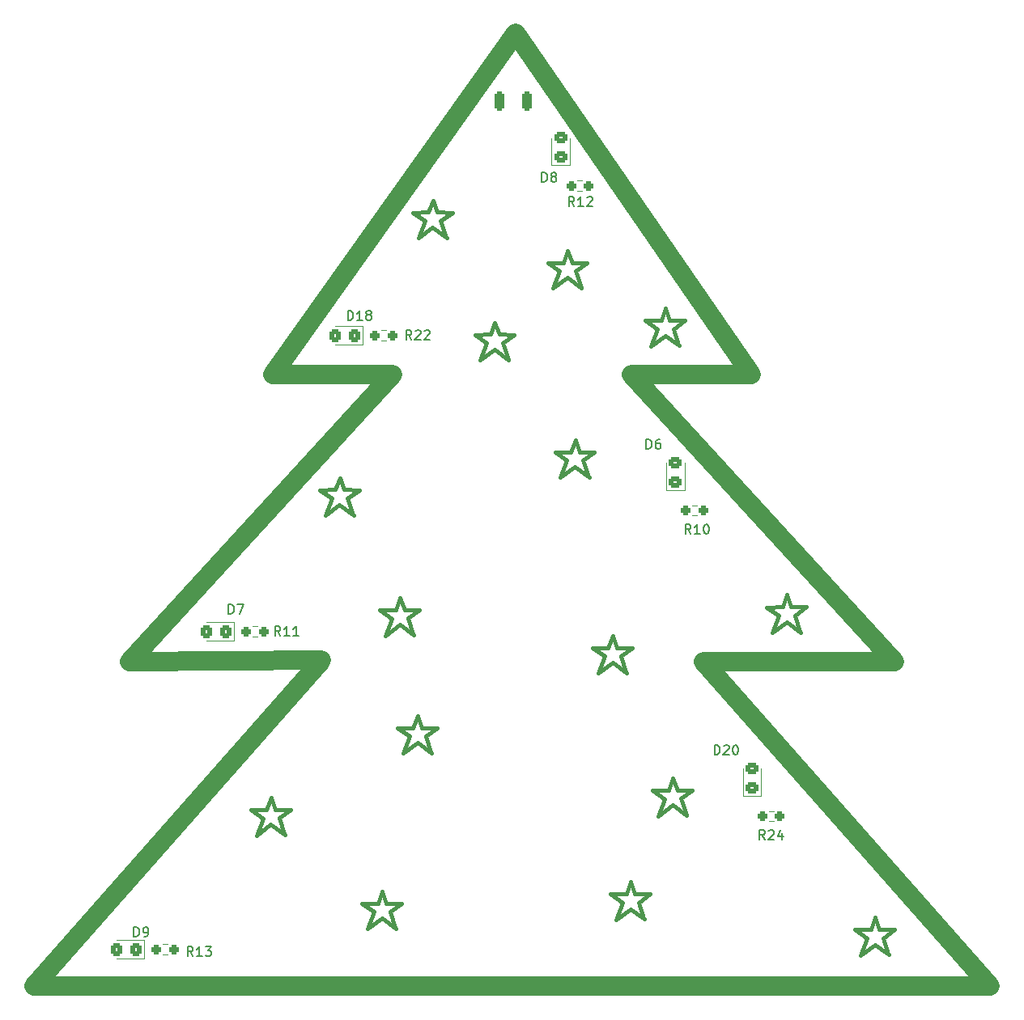
<source format=gto>
G04 #@! TF.GenerationSoftware,KiCad,Pcbnew,7.0.8*
G04 #@! TF.CreationDate,2024-06-18T20:25:39+02:00*
G04 #@! TF.ProjectId,PCB_Christmas_Tree,5043425f-4368-4726-9973-746d61735f54,rev?*
G04 #@! TF.SameCoordinates,Original*
G04 #@! TF.FileFunction,Legend,Top*
G04 #@! TF.FilePolarity,Positive*
%FSLAX46Y46*%
G04 Gerber Fmt 4.6, Leading zero omitted, Abs format (unit mm)*
G04 Created by KiCad (PCBNEW 7.0.8) date 2024-06-18 20:25:39*
%MOMM*%
%LPD*%
G01*
G04 APERTURE LIST*
G04 Aperture macros list*
%AMRoundRect*
0 Rectangle with rounded corners*
0 $1 Rounding radius*
0 $2 $3 $4 $5 $6 $7 $8 $9 X,Y pos of 4 corners*
0 Add a 4 corners polygon primitive as box body*
4,1,4,$2,$3,$4,$5,$6,$7,$8,$9,$2,$3,0*
0 Add four circle primitives for the rounded corners*
1,1,$1+$1,$2,$3*
1,1,$1+$1,$4,$5*
1,1,$1+$1,$6,$7*
1,1,$1+$1,$8,$9*
0 Add four rect primitives between the rounded corners*
20,1,$1+$1,$2,$3,$4,$5,0*
20,1,$1+$1,$4,$5,$6,$7,0*
20,1,$1+$1,$6,$7,$8,$9,0*
20,1,$1+$1,$8,$9,$2,$3,0*%
G04 Aperture macros list end*
%ADD10C,0.400000*%
%ADD11C,2.000000*%
%ADD12C,0.150000*%
%ADD13C,0.120000*%
%ADD14RoundRect,0.237500X-0.250000X-0.237500X0.250000X-0.237500X0.250000X0.237500X-0.250000X0.237500X0*%
%ADD15RoundRect,0.250000X0.450000X-0.325000X0.450000X0.325000X-0.450000X0.325000X-0.450000X-0.325000X0*%
%ADD16RoundRect,0.250000X-0.250000X-0.750000X0.250000X-0.750000X0.250000X0.750000X-0.250000X0.750000X0*%
%ADD17RoundRect,0.250000X0.325000X0.450000X-0.325000X0.450000X-0.325000X-0.450000X0.325000X-0.450000X0*%
%ADD18R,3.000000X2.000000*%
G04 APERTURE END LIST*
D10*
X237881455Y-136526305D02*
X238431455Y-138186305D01*
X227811455Y-103426305D02*
X229281455Y-104506305D01*
X209591455Y-107676305D02*
X211061455Y-108756305D01*
X187391455Y-100896305D02*
X186931455Y-102156305D01*
X205701455Y-84376305D02*
X206151455Y-85636305D01*
X173861455Y-124626305D02*
X172351455Y-125756305D01*
X191631455Y-61456305D02*
X192181455Y-63116305D01*
X212324455Y-132804305D02*
X212874455Y-134464305D01*
X204931455Y-64556305D02*
X204471455Y-65816305D01*
D11*
X186591455Y-77556305D02*
X159091455Y-107556305D01*
D10*
X217951455Y-121046305D02*
X216381455Y-121036305D01*
X205751455Y-66716305D02*
X206301455Y-68376305D01*
X205751455Y-66716305D02*
X206951455Y-65826305D01*
X173031455Y-123976305D02*
X172351455Y-125756305D01*
X214271455Y-72786305D02*
X213591455Y-74566305D01*
X229861455Y-101876305D02*
X228291455Y-101866305D01*
X203591455Y-85656305D02*
X205241455Y-85636305D01*
X173891455Y-121806305D02*
X174341455Y-123066305D01*
X197281455Y-74896305D02*
X195771455Y-76026305D01*
X186531455Y-103066305D02*
X185851455Y-104846305D01*
X213821455Y-121056305D02*
X215471455Y-121036305D01*
X216751455Y-121936305D02*
X217951455Y-121046305D01*
X212324455Y-132804305D02*
X213524455Y-131914305D01*
X181051455Y-91156305D02*
X182521455Y-92236305D01*
X205701455Y-84376305D02*
X205241455Y-85636305D01*
X187111455Y-114526305D02*
X188361455Y-115416305D01*
X236201455Y-136536305D02*
X235521455Y-138316305D01*
X215101455Y-73436305D02*
X213591455Y-74566305D01*
X209621455Y-104856305D02*
X210071455Y-106116305D01*
X190781455Y-62116305D02*
X189271455Y-63246305D01*
X198131455Y-74236305D02*
X198681455Y-75896305D01*
X181081455Y-88336305D02*
X181531455Y-89596305D01*
X171781455Y-123086305D02*
X173031455Y-123976305D01*
X213021455Y-71896305D02*
X214671455Y-71876305D01*
X189191455Y-116066305D02*
X190661455Y-117146305D01*
X174711455Y-123966305D02*
X175911455Y-123076305D01*
D11*
X249091455Y-141556305D02*
X149091455Y-141556305D01*
D10*
X197281455Y-74896305D02*
X198751455Y-75976305D01*
X225731455Y-101886305D02*
X226981455Y-102776305D01*
X227811455Y-103426305D02*
X226301455Y-104556305D01*
D11*
X179111455Y-107436305D02*
X159091455Y-107556305D01*
D10*
X188211455Y-103056305D02*
X189411455Y-102166305D01*
X211474455Y-133464305D02*
X212944455Y-134544305D01*
X178971455Y-89616305D02*
X180221455Y-90506305D01*
X225731455Y-101886305D02*
X227381455Y-101866305D01*
X206521455Y-86536305D02*
X207721455Y-85646305D01*
X185511455Y-131606305D02*
X185051455Y-132866305D01*
X185511455Y-131606305D02*
X185961455Y-132866305D01*
X186331455Y-133766305D02*
X186881455Y-135426305D01*
X237061455Y-134366305D02*
X237511455Y-135626305D01*
D11*
X199476455Y-41841305D02*
X174091455Y-77556305D01*
D10*
X173861455Y-124626305D02*
X175331455Y-125706305D01*
X211504455Y-130644305D02*
X211954455Y-131904305D01*
X215951455Y-72776305D02*
X217151455Y-71886305D01*
X189221455Y-113246305D02*
X188761455Y-114506305D01*
X204901455Y-67376305D02*
X206371455Y-68456305D01*
X187361455Y-103716305D02*
X188831455Y-104796305D01*
X206951455Y-65826305D02*
X205381455Y-65816305D01*
X180221455Y-90506305D02*
X179541455Y-92286305D01*
X217151455Y-71886305D02*
X215581455Y-71876305D01*
X197311455Y-72076305D02*
X196851455Y-73336305D01*
X208761455Y-107026305D02*
X208081455Y-108806305D01*
X215901455Y-122596305D02*
X214391455Y-123726305D01*
X226981455Y-102776305D02*
X226301455Y-104556305D01*
X199331455Y-73346305D02*
X197761455Y-73336305D01*
X209394455Y-131924305D02*
X211044455Y-131904305D01*
X215931455Y-119776305D02*
X215471455Y-121036305D01*
X190811455Y-59296305D02*
X190351455Y-60556305D01*
X207511455Y-106136305D02*
X209161455Y-106116305D01*
X210441455Y-107016305D02*
X211641455Y-106126305D01*
X181901455Y-90496305D02*
X183101455Y-89606305D01*
X183401455Y-132886305D02*
X184651455Y-133776305D01*
D11*
X174091455Y-77556305D02*
X186591455Y-77556305D01*
D10*
X203591455Y-85656305D02*
X204841455Y-86546305D01*
X211641455Y-106126305D02*
X210071455Y-106116305D01*
X197311455Y-72076305D02*
X197761455Y-73336305D01*
X173891455Y-121806305D02*
X173431455Y-123066305D01*
D11*
X211591455Y-77556305D02*
X239091455Y-107556305D01*
D10*
X213524455Y-131914305D02*
X211954455Y-131904305D01*
X215901455Y-122596305D02*
X217371455Y-123676305D01*
X175911455Y-123076305D02*
X174341455Y-123066305D01*
X211474455Y-133464305D02*
X209964455Y-134594305D01*
X215931455Y-119776305D02*
X216381455Y-121036305D01*
X216751455Y-121936305D02*
X217301455Y-123596305D01*
D11*
X179091455Y-107556305D02*
X149091455Y-141556305D01*
D10*
X215131455Y-70616305D02*
X214671455Y-71876305D01*
X207511455Y-106136305D02*
X208761455Y-107026305D01*
X191631455Y-61456305D02*
X192831455Y-60566305D01*
X186331455Y-133766305D02*
X187531455Y-132876305D01*
X227841455Y-100606305D02*
X227381455Y-101866305D01*
X237881455Y-136526305D02*
X239081455Y-135636305D01*
X188361455Y-115416305D02*
X187681455Y-117196305D01*
X215101455Y-73436305D02*
X216571455Y-74516305D01*
X190811455Y-59296305D02*
X191261455Y-60556305D01*
X187111455Y-114526305D02*
X188761455Y-114506305D01*
X198131455Y-74236305D02*
X199331455Y-73346305D01*
X188211455Y-103056305D02*
X188761455Y-104716305D01*
D11*
X219091455Y-107556305D02*
X249091455Y-141556305D01*
D10*
X181901455Y-90496305D02*
X182451455Y-92156305D01*
X183101455Y-89606305D02*
X181531455Y-89596305D01*
X209394455Y-131924305D02*
X210644455Y-132814305D01*
X171781455Y-123086305D02*
X173431455Y-123066305D01*
X192831455Y-60566305D02*
X191261455Y-60556305D01*
X184651455Y-133776305D02*
X183971455Y-135556305D01*
X204901455Y-67376305D02*
X203391455Y-68506305D01*
X178971455Y-89616305D02*
X180621455Y-89596305D01*
X185281455Y-102176305D02*
X186531455Y-103066305D01*
D12*
X200026455Y-43210305D02*
X198248455Y-43210305D01*
D10*
X215131455Y-70616305D02*
X215581455Y-71876305D01*
X191241455Y-114516305D02*
X189671455Y-114506305D01*
X234951455Y-135646305D02*
X236601455Y-135626305D01*
X215951455Y-72776305D02*
X216501455Y-74436305D01*
X210644455Y-132814305D02*
X209964455Y-134594305D01*
X195201455Y-73356305D02*
X196851455Y-73336305D01*
X185281455Y-102176305D02*
X186931455Y-102156305D01*
X195201455Y-73356305D02*
X196451455Y-74246305D01*
X210441455Y-107016305D02*
X210991455Y-108676305D01*
X190041455Y-115406305D02*
X190591455Y-117066305D01*
D11*
X211591455Y-77556305D02*
X224091455Y-77556305D01*
D10*
X183401455Y-132886305D02*
X185051455Y-132866305D01*
X185481455Y-134426305D02*
X186951455Y-135506305D01*
X188701455Y-60576305D02*
X190351455Y-60556305D01*
X228661455Y-102766305D02*
X229861455Y-101876305D01*
X204071455Y-66726305D02*
X203391455Y-68506305D01*
D11*
X239091455Y-107556305D02*
X219091455Y-107556305D01*
D10*
X190041455Y-115406305D02*
X191241455Y-114516305D01*
X190781455Y-62116305D02*
X192251455Y-63196305D01*
X204841455Y-86546305D02*
X204161455Y-88326305D01*
X189221455Y-113246305D02*
X189671455Y-114506305D01*
X185481455Y-134426305D02*
X183971455Y-135556305D01*
X215071455Y-121946305D02*
X214391455Y-123726305D01*
X204931455Y-64556305D02*
X205381455Y-65816305D01*
X196451455Y-74246305D02*
X195771455Y-76026305D01*
X239081455Y-135636305D02*
X237511455Y-135626305D01*
X181081455Y-88336305D02*
X180621455Y-89596305D01*
X209591455Y-107676305D02*
X208081455Y-108806305D01*
X187531455Y-132876305D02*
X185961455Y-132866305D01*
X213821455Y-121056305D02*
X215071455Y-121946305D01*
D11*
X199476455Y-41841305D02*
X224091455Y-77556305D01*
D10*
X213021455Y-71896305D02*
X214271455Y-72786305D01*
X189951455Y-61466305D02*
X189271455Y-63246305D01*
X234951455Y-135646305D02*
X236201455Y-136536305D01*
X237031455Y-137186305D02*
X238501455Y-138266305D01*
X211504455Y-130644305D02*
X211044455Y-131904305D01*
X228661455Y-102766305D02*
X229211455Y-104426305D01*
X205671455Y-87196305D02*
X204161455Y-88326305D01*
X181051455Y-91156305D02*
X179541455Y-92286305D01*
X207721455Y-85646305D02*
X206151455Y-85636305D01*
X227841455Y-100606305D02*
X228291455Y-101866305D01*
X206521455Y-86536305D02*
X207071455Y-88196305D01*
X188701455Y-60576305D02*
X189951455Y-61466305D01*
X189411455Y-102166305D02*
X187841455Y-102156305D01*
X187391455Y-100896305D02*
X187841455Y-102156305D01*
X189191455Y-116066305D02*
X187681455Y-117196305D01*
X209621455Y-104856305D02*
X209161455Y-106116305D01*
X174711455Y-123966305D02*
X175261455Y-125626305D01*
X202821455Y-65836305D02*
X204071455Y-66726305D01*
X187361455Y-103716305D02*
X185851455Y-104846305D01*
X237061455Y-134366305D02*
X236601455Y-135626305D01*
X237031455Y-137186305D02*
X235521455Y-138316305D01*
X205671455Y-87196305D02*
X207141455Y-88276305D01*
X202821455Y-65836305D02*
X204471455Y-65816305D01*
D12*
X225548597Y-126215124D02*
X225215264Y-125738933D01*
X224977169Y-126215124D02*
X224977169Y-125215124D01*
X224977169Y-125215124D02*
X225358121Y-125215124D01*
X225358121Y-125215124D02*
X225453359Y-125262743D01*
X225453359Y-125262743D02*
X225500978Y-125310362D01*
X225500978Y-125310362D02*
X225548597Y-125405600D01*
X225548597Y-125405600D02*
X225548597Y-125548457D01*
X225548597Y-125548457D02*
X225500978Y-125643695D01*
X225500978Y-125643695D02*
X225453359Y-125691314D01*
X225453359Y-125691314D02*
X225358121Y-125738933D01*
X225358121Y-125738933D02*
X224977169Y-125738933D01*
X225929550Y-125310362D02*
X225977169Y-125262743D01*
X225977169Y-125262743D02*
X226072407Y-125215124D01*
X226072407Y-125215124D02*
X226310502Y-125215124D01*
X226310502Y-125215124D02*
X226405740Y-125262743D01*
X226405740Y-125262743D02*
X226453359Y-125310362D01*
X226453359Y-125310362D02*
X226500978Y-125405600D01*
X226500978Y-125405600D02*
X226500978Y-125500838D01*
X226500978Y-125500838D02*
X226453359Y-125643695D01*
X226453359Y-125643695D02*
X225881931Y-126215124D01*
X225881931Y-126215124D02*
X226500978Y-126215124D01*
X227358121Y-125548457D02*
X227358121Y-126215124D01*
X227120026Y-125167505D02*
X226881931Y-125881790D01*
X226881931Y-125881790D02*
X227500978Y-125881790D01*
X213131360Y-85321124D02*
X213131360Y-84321124D01*
X213131360Y-84321124D02*
X213369455Y-84321124D01*
X213369455Y-84321124D02*
X213512312Y-84368743D01*
X213512312Y-84368743D02*
X213607550Y-84463981D01*
X213607550Y-84463981D02*
X213655169Y-84559219D01*
X213655169Y-84559219D02*
X213702788Y-84749695D01*
X213702788Y-84749695D02*
X213702788Y-84892552D01*
X213702788Y-84892552D02*
X213655169Y-85083028D01*
X213655169Y-85083028D02*
X213607550Y-85178266D01*
X213607550Y-85178266D02*
X213512312Y-85273505D01*
X213512312Y-85273505D02*
X213369455Y-85321124D01*
X213369455Y-85321124D02*
X213131360Y-85321124D01*
X214559931Y-84321124D02*
X214369455Y-84321124D01*
X214369455Y-84321124D02*
X214274217Y-84368743D01*
X214274217Y-84368743D02*
X214226598Y-84416362D01*
X214226598Y-84416362D02*
X214131360Y-84559219D01*
X214131360Y-84559219D02*
X214083741Y-84749695D01*
X214083741Y-84749695D02*
X214083741Y-85130647D01*
X214083741Y-85130647D02*
X214131360Y-85225885D01*
X214131360Y-85225885D02*
X214178979Y-85273505D01*
X214178979Y-85273505D02*
X214274217Y-85321124D01*
X214274217Y-85321124D02*
X214464693Y-85321124D01*
X214464693Y-85321124D02*
X214559931Y-85273505D01*
X214559931Y-85273505D02*
X214607550Y-85225885D01*
X214607550Y-85225885D02*
X214655169Y-85130647D01*
X214655169Y-85130647D02*
X214655169Y-84892552D01*
X214655169Y-84892552D02*
X214607550Y-84797314D01*
X214607550Y-84797314D02*
X214559931Y-84749695D01*
X214559931Y-84749695D02*
X214464693Y-84702076D01*
X214464693Y-84702076D02*
X214274217Y-84702076D01*
X214274217Y-84702076D02*
X214178979Y-84749695D01*
X214178979Y-84749695D02*
X214131360Y-84797314D01*
X214131360Y-84797314D02*
X214083741Y-84892552D01*
X205606597Y-59921124D02*
X205273264Y-59444933D01*
X205035169Y-59921124D02*
X205035169Y-58921124D01*
X205035169Y-58921124D02*
X205416121Y-58921124D01*
X205416121Y-58921124D02*
X205511359Y-58968743D01*
X205511359Y-58968743D02*
X205558978Y-59016362D01*
X205558978Y-59016362D02*
X205606597Y-59111600D01*
X205606597Y-59111600D02*
X205606597Y-59254457D01*
X205606597Y-59254457D02*
X205558978Y-59349695D01*
X205558978Y-59349695D02*
X205511359Y-59397314D01*
X205511359Y-59397314D02*
X205416121Y-59444933D01*
X205416121Y-59444933D02*
X205035169Y-59444933D01*
X206558978Y-59921124D02*
X205987550Y-59921124D01*
X206273264Y-59921124D02*
X206273264Y-58921124D01*
X206273264Y-58921124D02*
X206178026Y-59063981D01*
X206178026Y-59063981D02*
X206082788Y-59159219D01*
X206082788Y-59159219D02*
X205987550Y-59206838D01*
X206939931Y-59016362D02*
X206987550Y-58968743D01*
X206987550Y-58968743D02*
X207082788Y-58921124D01*
X207082788Y-58921124D02*
X207320883Y-58921124D01*
X207320883Y-58921124D02*
X207416121Y-58968743D01*
X207416121Y-58968743D02*
X207463740Y-59016362D01*
X207463740Y-59016362D02*
X207511359Y-59111600D01*
X207511359Y-59111600D02*
X207511359Y-59206838D01*
X207511359Y-59206838D02*
X207463740Y-59349695D01*
X207463740Y-59349695D02*
X206892312Y-59921124D01*
X206892312Y-59921124D02*
X207511359Y-59921124D01*
X217798597Y-94211124D02*
X217465264Y-93734933D01*
X217227169Y-94211124D02*
X217227169Y-93211124D01*
X217227169Y-93211124D02*
X217608121Y-93211124D01*
X217608121Y-93211124D02*
X217703359Y-93258743D01*
X217703359Y-93258743D02*
X217750978Y-93306362D01*
X217750978Y-93306362D02*
X217798597Y-93401600D01*
X217798597Y-93401600D02*
X217798597Y-93544457D01*
X217798597Y-93544457D02*
X217750978Y-93639695D01*
X217750978Y-93639695D02*
X217703359Y-93687314D01*
X217703359Y-93687314D02*
X217608121Y-93734933D01*
X217608121Y-93734933D02*
X217227169Y-93734933D01*
X218750978Y-94211124D02*
X218179550Y-94211124D01*
X218465264Y-94211124D02*
X218465264Y-93211124D01*
X218465264Y-93211124D02*
X218370026Y-93353981D01*
X218370026Y-93353981D02*
X218274788Y-93449219D01*
X218274788Y-93449219D02*
X218179550Y-93496838D01*
X219370026Y-93211124D02*
X219465264Y-93211124D01*
X219465264Y-93211124D02*
X219560502Y-93258743D01*
X219560502Y-93258743D02*
X219608121Y-93306362D01*
X219608121Y-93306362D02*
X219655740Y-93401600D01*
X219655740Y-93401600D02*
X219703359Y-93592076D01*
X219703359Y-93592076D02*
X219703359Y-93830171D01*
X219703359Y-93830171D02*
X219655740Y-94020647D01*
X219655740Y-94020647D02*
X219608121Y-94115885D01*
X219608121Y-94115885D02*
X219560502Y-94163505D01*
X219560502Y-94163505D02*
X219465264Y-94211124D01*
X219465264Y-94211124D02*
X219370026Y-94211124D01*
X219370026Y-94211124D02*
X219274788Y-94163505D01*
X219274788Y-94163505D02*
X219227169Y-94115885D01*
X219227169Y-94115885D02*
X219179550Y-94020647D01*
X219179550Y-94020647D02*
X219131931Y-93830171D01*
X219131931Y-93830171D02*
X219131931Y-93592076D01*
X219131931Y-93592076D02*
X219179550Y-93401600D01*
X219179550Y-93401600D02*
X219227169Y-93306362D01*
X219227169Y-93306362D02*
X219274788Y-93258743D01*
X219274788Y-93258743D02*
X219370026Y-93211124D01*
X169443360Y-102593124D02*
X169443360Y-101593124D01*
X169443360Y-101593124D02*
X169681455Y-101593124D01*
X169681455Y-101593124D02*
X169824312Y-101640743D01*
X169824312Y-101640743D02*
X169919550Y-101735981D01*
X169919550Y-101735981D02*
X169967169Y-101831219D01*
X169967169Y-101831219D02*
X170014788Y-102021695D01*
X170014788Y-102021695D02*
X170014788Y-102164552D01*
X170014788Y-102164552D02*
X169967169Y-102355028D01*
X169967169Y-102355028D02*
X169919550Y-102450266D01*
X169919550Y-102450266D02*
X169824312Y-102545505D01*
X169824312Y-102545505D02*
X169681455Y-102593124D01*
X169681455Y-102593124D02*
X169443360Y-102593124D01*
X170348122Y-101593124D02*
X171014788Y-101593124D01*
X171014788Y-101593124D02*
X170586217Y-102593124D01*
X159537360Y-136375124D02*
X159537360Y-135375124D01*
X159537360Y-135375124D02*
X159775455Y-135375124D01*
X159775455Y-135375124D02*
X159918312Y-135422743D01*
X159918312Y-135422743D02*
X160013550Y-135517981D01*
X160013550Y-135517981D02*
X160061169Y-135613219D01*
X160061169Y-135613219D02*
X160108788Y-135803695D01*
X160108788Y-135803695D02*
X160108788Y-135946552D01*
X160108788Y-135946552D02*
X160061169Y-136137028D01*
X160061169Y-136137028D02*
X160013550Y-136232266D01*
X160013550Y-136232266D02*
X159918312Y-136327505D01*
X159918312Y-136327505D02*
X159775455Y-136375124D01*
X159775455Y-136375124D02*
X159537360Y-136375124D01*
X160584979Y-136375124D02*
X160775455Y-136375124D01*
X160775455Y-136375124D02*
X160870693Y-136327505D01*
X160870693Y-136327505D02*
X160918312Y-136279885D01*
X160918312Y-136279885D02*
X161013550Y-136137028D01*
X161013550Y-136137028D02*
X161061169Y-135946552D01*
X161061169Y-135946552D02*
X161061169Y-135565600D01*
X161061169Y-135565600D02*
X161013550Y-135470362D01*
X161013550Y-135470362D02*
X160965931Y-135422743D01*
X160965931Y-135422743D02*
X160870693Y-135375124D01*
X160870693Y-135375124D02*
X160680217Y-135375124D01*
X160680217Y-135375124D02*
X160584979Y-135422743D01*
X160584979Y-135422743D02*
X160537360Y-135470362D01*
X160537360Y-135470362D02*
X160489741Y-135565600D01*
X160489741Y-135565600D02*
X160489741Y-135803695D01*
X160489741Y-135803695D02*
X160537360Y-135898933D01*
X160537360Y-135898933D02*
X160584979Y-135946552D01*
X160584979Y-135946552D02*
X160680217Y-135994171D01*
X160680217Y-135994171D02*
X160870693Y-135994171D01*
X160870693Y-135994171D02*
X160965931Y-135946552D01*
X160965931Y-135946552D02*
X161013550Y-135898933D01*
X161013550Y-135898933D02*
X161061169Y-135803695D01*
X202209360Y-57381124D02*
X202209360Y-56381124D01*
X202209360Y-56381124D02*
X202447455Y-56381124D01*
X202447455Y-56381124D02*
X202590312Y-56428743D01*
X202590312Y-56428743D02*
X202685550Y-56523981D01*
X202685550Y-56523981D02*
X202733169Y-56619219D01*
X202733169Y-56619219D02*
X202780788Y-56809695D01*
X202780788Y-56809695D02*
X202780788Y-56952552D01*
X202780788Y-56952552D02*
X202733169Y-57143028D01*
X202733169Y-57143028D02*
X202685550Y-57238266D01*
X202685550Y-57238266D02*
X202590312Y-57333505D01*
X202590312Y-57333505D02*
X202447455Y-57381124D01*
X202447455Y-57381124D02*
X202209360Y-57381124D01*
X203352217Y-56809695D02*
X203256979Y-56762076D01*
X203256979Y-56762076D02*
X203209360Y-56714457D01*
X203209360Y-56714457D02*
X203161741Y-56619219D01*
X203161741Y-56619219D02*
X203161741Y-56571600D01*
X203161741Y-56571600D02*
X203209360Y-56476362D01*
X203209360Y-56476362D02*
X203256979Y-56428743D01*
X203256979Y-56428743D02*
X203352217Y-56381124D01*
X203352217Y-56381124D02*
X203542693Y-56381124D01*
X203542693Y-56381124D02*
X203637931Y-56428743D01*
X203637931Y-56428743D02*
X203685550Y-56476362D01*
X203685550Y-56476362D02*
X203733169Y-56571600D01*
X203733169Y-56571600D02*
X203733169Y-56619219D01*
X203733169Y-56619219D02*
X203685550Y-56714457D01*
X203685550Y-56714457D02*
X203637931Y-56762076D01*
X203637931Y-56762076D02*
X203542693Y-56809695D01*
X203542693Y-56809695D02*
X203352217Y-56809695D01*
X203352217Y-56809695D02*
X203256979Y-56857314D01*
X203256979Y-56857314D02*
X203209360Y-56904933D01*
X203209360Y-56904933D02*
X203161741Y-57000171D01*
X203161741Y-57000171D02*
X203161741Y-57190647D01*
X203161741Y-57190647D02*
X203209360Y-57285885D01*
X203209360Y-57285885D02*
X203256979Y-57333505D01*
X203256979Y-57333505D02*
X203352217Y-57381124D01*
X203352217Y-57381124D02*
X203542693Y-57381124D01*
X203542693Y-57381124D02*
X203637931Y-57333505D01*
X203637931Y-57333505D02*
X203685550Y-57285885D01*
X203685550Y-57285885D02*
X203733169Y-57190647D01*
X203733169Y-57190647D02*
X203733169Y-57000171D01*
X203733169Y-57000171D02*
X203685550Y-56904933D01*
X203685550Y-56904933D02*
X203637931Y-56857314D01*
X203637931Y-56857314D02*
X203542693Y-56809695D01*
X181921169Y-71859124D02*
X181921169Y-70859124D01*
X181921169Y-70859124D02*
X182159264Y-70859124D01*
X182159264Y-70859124D02*
X182302121Y-70906743D01*
X182302121Y-70906743D02*
X182397359Y-71001981D01*
X182397359Y-71001981D02*
X182444978Y-71097219D01*
X182444978Y-71097219D02*
X182492597Y-71287695D01*
X182492597Y-71287695D02*
X182492597Y-71430552D01*
X182492597Y-71430552D02*
X182444978Y-71621028D01*
X182444978Y-71621028D02*
X182397359Y-71716266D01*
X182397359Y-71716266D02*
X182302121Y-71811505D01*
X182302121Y-71811505D02*
X182159264Y-71859124D01*
X182159264Y-71859124D02*
X181921169Y-71859124D01*
X183444978Y-71859124D02*
X182873550Y-71859124D01*
X183159264Y-71859124D02*
X183159264Y-70859124D01*
X183159264Y-70859124D02*
X183064026Y-71001981D01*
X183064026Y-71001981D02*
X182968788Y-71097219D01*
X182968788Y-71097219D02*
X182873550Y-71144838D01*
X184016407Y-71287695D02*
X183921169Y-71240076D01*
X183921169Y-71240076D02*
X183873550Y-71192457D01*
X183873550Y-71192457D02*
X183825931Y-71097219D01*
X183825931Y-71097219D02*
X183825931Y-71049600D01*
X183825931Y-71049600D02*
X183873550Y-70954362D01*
X183873550Y-70954362D02*
X183921169Y-70906743D01*
X183921169Y-70906743D02*
X184016407Y-70859124D01*
X184016407Y-70859124D02*
X184206883Y-70859124D01*
X184206883Y-70859124D02*
X184302121Y-70906743D01*
X184302121Y-70906743D02*
X184349740Y-70954362D01*
X184349740Y-70954362D02*
X184397359Y-71049600D01*
X184397359Y-71049600D02*
X184397359Y-71097219D01*
X184397359Y-71097219D02*
X184349740Y-71192457D01*
X184349740Y-71192457D02*
X184302121Y-71240076D01*
X184302121Y-71240076D02*
X184206883Y-71287695D01*
X184206883Y-71287695D02*
X184016407Y-71287695D01*
X184016407Y-71287695D02*
X183921169Y-71335314D01*
X183921169Y-71335314D02*
X183873550Y-71382933D01*
X183873550Y-71382933D02*
X183825931Y-71478171D01*
X183825931Y-71478171D02*
X183825931Y-71668647D01*
X183825931Y-71668647D02*
X183873550Y-71763885D01*
X183873550Y-71763885D02*
X183921169Y-71811505D01*
X183921169Y-71811505D02*
X184016407Y-71859124D01*
X184016407Y-71859124D02*
X184206883Y-71859124D01*
X184206883Y-71859124D02*
X184302121Y-71811505D01*
X184302121Y-71811505D02*
X184349740Y-71763885D01*
X184349740Y-71763885D02*
X184397359Y-71668647D01*
X184397359Y-71668647D02*
X184397359Y-71478171D01*
X184397359Y-71478171D02*
X184349740Y-71382933D01*
X184349740Y-71382933D02*
X184302121Y-71335314D01*
X184302121Y-71335314D02*
X184206883Y-71287695D01*
X174872597Y-104879124D02*
X174539264Y-104402933D01*
X174301169Y-104879124D02*
X174301169Y-103879124D01*
X174301169Y-103879124D02*
X174682121Y-103879124D01*
X174682121Y-103879124D02*
X174777359Y-103926743D01*
X174777359Y-103926743D02*
X174824978Y-103974362D01*
X174824978Y-103974362D02*
X174872597Y-104069600D01*
X174872597Y-104069600D02*
X174872597Y-104212457D01*
X174872597Y-104212457D02*
X174824978Y-104307695D01*
X174824978Y-104307695D02*
X174777359Y-104355314D01*
X174777359Y-104355314D02*
X174682121Y-104402933D01*
X174682121Y-104402933D02*
X174301169Y-104402933D01*
X175824978Y-104879124D02*
X175253550Y-104879124D01*
X175539264Y-104879124D02*
X175539264Y-103879124D01*
X175539264Y-103879124D02*
X175444026Y-104021981D01*
X175444026Y-104021981D02*
X175348788Y-104117219D01*
X175348788Y-104117219D02*
X175253550Y-104164838D01*
X176777359Y-104879124D02*
X176205931Y-104879124D01*
X176491645Y-104879124D02*
X176491645Y-103879124D01*
X176491645Y-103879124D02*
X176396407Y-104021981D01*
X176396407Y-104021981D02*
X176301169Y-104117219D01*
X176301169Y-104117219D02*
X176205931Y-104164838D01*
X220275169Y-117325124D02*
X220275169Y-116325124D01*
X220275169Y-116325124D02*
X220513264Y-116325124D01*
X220513264Y-116325124D02*
X220656121Y-116372743D01*
X220656121Y-116372743D02*
X220751359Y-116467981D01*
X220751359Y-116467981D02*
X220798978Y-116563219D01*
X220798978Y-116563219D02*
X220846597Y-116753695D01*
X220846597Y-116753695D02*
X220846597Y-116896552D01*
X220846597Y-116896552D02*
X220798978Y-117087028D01*
X220798978Y-117087028D02*
X220751359Y-117182266D01*
X220751359Y-117182266D02*
X220656121Y-117277505D01*
X220656121Y-117277505D02*
X220513264Y-117325124D01*
X220513264Y-117325124D02*
X220275169Y-117325124D01*
X221227550Y-116420362D02*
X221275169Y-116372743D01*
X221275169Y-116372743D02*
X221370407Y-116325124D01*
X221370407Y-116325124D02*
X221608502Y-116325124D01*
X221608502Y-116325124D02*
X221703740Y-116372743D01*
X221703740Y-116372743D02*
X221751359Y-116420362D01*
X221751359Y-116420362D02*
X221798978Y-116515600D01*
X221798978Y-116515600D02*
X221798978Y-116610838D01*
X221798978Y-116610838D02*
X221751359Y-116753695D01*
X221751359Y-116753695D02*
X221179931Y-117325124D01*
X221179931Y-117325124D02*
X221798978Y-117325124D01*
X222418026Y-116325124D02*
X222513264Y-116325124D01*
X222513264Y-116325124D02*
X222608502Y-116372743D01*
X222608502Y-116372743D02*
X222656121Y-116420362D01*
X222656121Y-116420362D02*
X222703740Y-116515600D01*
X222703740Y-116515600D02*
X222751359Y-116706076D01*
X222751359Y-116706076D02*
X222751359Y-116944171D01*
X222751359Y-116944171D02*
X222703740Y-117134647D01*
X222703740Y-117134647D02*
X222656121Y-117229885D01*
X222656121Y-117229885D02*
X222608502Y-117277505D01*
X222608502Y-117277505D02*
X222513264Y-117325124D01*
X222513264Y-117325124D02*
X222418026Y-117325124D01*
X222418026Y-117325124D02*
X222322788Y-117277505D01*
X222322788Y-117277505D02*
X222275169Y-117229885D01*
X222275169Y-117229885D02*
X222227550Y-117134647D01*
X222227550Y-117134647D02*
X222179931Y-116944171D01*
X222179931Y-116944171D02*
X222179931Y-116706076D01*
X222179931Y-116706076D02*
X222227550Y-116515600D01*
X222227550Y-116515600D02*
X222275169Y-116420362D01*
X222275169Y-116420362D02*
X222322788Y-116372743D01*
X222322788Y-116372743D02*
X222418026Y-116325124D01*
X188588597Y-73891124D02*
X188255264Y-73414933D01*
X188017169Y-73891124D02*
X188017169Y-72891124D01*
X188017169Y-72891124D02*
X188398121Y-72891124D01*
X188398121Y-72891124D02*
X188493359Y-72938743D01*
X188493359Y-72938743D02*
X188540978Y-72986362D01*
X188540978Y-72986362D02*
X188588597Y-73081600D01*
X188588597Y-73081600D02*
X188588597Y-73224457D01*
X188588597Y-73224457D02*
X188540978Y-73319695D01*
X188540978Y-73319695D02*
X188493359Y-73367314D01*
X188493359Y-73367314D02*
X188398121Y-73414933D01*
X188398121Y-73414933D02*
X188017169Y-73414933D01*
X188969550Y-72986362D02*
X189017169Y-72938743D01*
X189017169Y-72938743D02*
X189112407Y-72891124D01*
X189112407Y-72891124D02*
X189350502Y-72891124D01*
X189350502Y-72891124D02*
X189445740Y-72938743D01*
X189445740Y-72938743D02*
X189493359Y-72986362D01*
X189493359Y-72986362D02*
X189540978Y-73081600D01*
X189540978Y-73081600D02*
X189540978Y-73176838D01*
X189540978Y-73176838D02*
X189493359Y-73319695D01*
X189493359Y-73319695D02*
X188921931Y-73891124D01*
X188921931Y-73891124D02*
X189540978Y-73891124D01*
X189921931Y-72986362D02*
X189969550Y-72938743D01*
X189969550Y-72938743D02*
X190064788Y-72891124D01*
X190064788Y-72891124D02*
X190302883Y-72891124D01*
X190302883Y-72891124D02*
X190398121Y-72938743D01*
X190398121Y-72938743D02*
X190445740Y-72986362D01*
X190445740Y-72986362D02*
X190493359Y-73081600D01*
X190493359Y-73081600D02*
X190493359Y-73176838D01*
X190493359Y-73176838D02*
X190445740Y-73319695D01*
X190445740Y-73319695D02*
X189874312Y-73891124D01*
X189874312Y-73891124D02*
X190493359Y-73891124D01*
X165728597Y-138407124D02*
X165395264Y-137930933D01*
X165157169Y-138407124D02*
X165157169Y-137407124D01*
X165157169Y-137407124D02*
X165538121Y-137407124D01*
X165538121Y-137407124D02*
X165633359Y-137454743D01*
X165633359Y-137454743D02*
X165680978Y-137502362D01*
X165680978Y-137502362D02*
X165728597Y-137597600D01*
X165728597Y-137597600D02*
X165728597Y-137740457D01*
X165728597Y-137740457D02*
X165680978Y-137835695D01*
X165680978Y-137835695D02*
X165633359Y-137883314D01*
X165633359Y-137883314D02*
X165538121Y-137930933D01*
X165538121Y-137930933D02*
X165157169Y-137930933D01*
X166680978Y-138407124D02*
X166109550Y-138407124D01*
X166395264Y-138407124D02*
X166395264Y-137407124D01*
X166395264Y-137407124D02*
X166300026Y-137549981D01*
X166300026Y-137549981D02*
X166204788Y-137645219D01*
X166204788Y-137645219D02*
X166109550Y-137692838D01*
X167014312Y-137407124D02*
X167633359Y-137407124D01*
X167633359Y-137407124D02*
X167300026Y-137788076D01*
X167300026Y-137788076D02*
X167442883Y-137788076D01*
X167442883Y-137788076D02*
X167538121Y-137835695D01*
X167538121Y-137835695D02*
X167585740Y-137883314D01*
X167585740Y-137883314D02*
X167633359Y-137978552D01*
X167633359Y-137978552D02*
X167633359Y-138216647D01*
X167633359Y-138216647D02*
X167585740Y-138311885D01*
X167585740Y-138311885D02*
X167538121Y-138359505D01*
X167538121Y-138359505D02*
X167442883Y-138407124D01*
X167442883Y-138407124D02*
X167157169Y-138407124D01*
X167157169Y-138407124D02*
X167061931Y-138359505D01*
X167061931Y-138359505D02*
X167014312Y-138311885D01*
D13*
X225936731Y-123253805D02*
X226446179Y-123253805D01*
X225936731Y-124298805D02*
X226446179Y-124298805D01*
X215231455Y-89636305D02*
X217151455Y-89636305D01*
X217151455Y-89636305D02*
X217151455Y-86776305D01*
X215231455Y-86776305D02*
X215231455Y-89636305D01*
X205936731Y-57253805D02*
X206446179Y-57253805D01*
X205936731Y-58298805D02*
X206446179Y-58298805D01*
X217936731Y-91253805D02*
X218446179Y-91253805D01*
X217936731Y-92298805D02*
X218446179Y-92298805D01*
X170000455Y-105384305D02*
X170000455Y-103464305D01*
X170000455Y-103464305D02*
X167140455Y-103464305D01*
X167140455Y-105384305D02*
X170000455Y-105384305D01*
X160611455Y-138658305D02*
X160611455Y-136738305D01*
X160611455Y-136738305D02*
X157751455Y-136738305D01*
X157751455Y-138658305D02*
X160611455Y-138658305D01*
X203231455Y-55636305D02*
X205151455Y-55636305D01*
X205151455Y-55636305D02*
X205151455Y-52776305D01*
X203231455Y-52776305D02*
X203231455Y-55636305D01*
X183462455Y-74396305D02*
X183462455Y-72476305D01*
X183462455Y-72476305D02*
X180602455Y-72476305D01*
X180602455Y-74396305D02*
X183462455Y-74396305D01*
X171949731Y-103901805D02*
X172459179Y-103901805D01*
X171949731Y-104946805D02*
X172459179Y-104946805D01*
X223231455Y-121661305D02*
X225151455Y-121661305D01*
X225151455Y-121661305D02*
X225151455Y-118801305D01*
X223231455Y-118801305D02*
X223231455Y-121661305D01*
X185420731Y-72913805D02*
X185930179Y-72913805D01*
X185420731Y-73958805D02*
X185930179Y-73958805D01*
X162560731Y-137175805D02*
X163070179Y-137175805D01*
X162560731Y-138220805D02*
X163070179Y-138220805D01*
%LPC*%
D14*
X225278955Y-123776305D03*
X227103955Y-123776305D03*
D15*
X216191455Y-88801305D03*
X216191455Y-86751305D03*
D14*
X205278955Y-57776305D03*
X207103955Y-57776305D03*
D16*
X197740455Y-48925305D03*
D14*
X217278955Y-91776305D03*
X219103955Y-91776305D03*
D16*
X200661455Y-48925305D03*
D17*
X169165455Y-104424305D03*
X167115455Y-104424305D03*
D18*
X201191455Y-93886305D03*
X201191455Y-97188305D03*
X201191455Y-100490305D03*
X201191455Y-103538305D03*
D17*
X159776455Y-137698305D03*
X157726455Y-137698305D03*
D15*
X204191455Y-54801305D03*
X204191455Y-52751305D03*
D17*
X182627455Y-73436305D03*
X180577455Y-73436305D03*
D14*
X171291955Y-104424305D03*
X173116955Y-104424305D03*
D15*
X224191455Y-120826305D03*
X224191455Y-118776305D03*
D14*
X184762955Y-73436305D03*
X186587955Y-73436305D03*
X161902955Y-137698305D03*
X163727955Y-137698305D03*
%LPD*%
M02*

</source>
